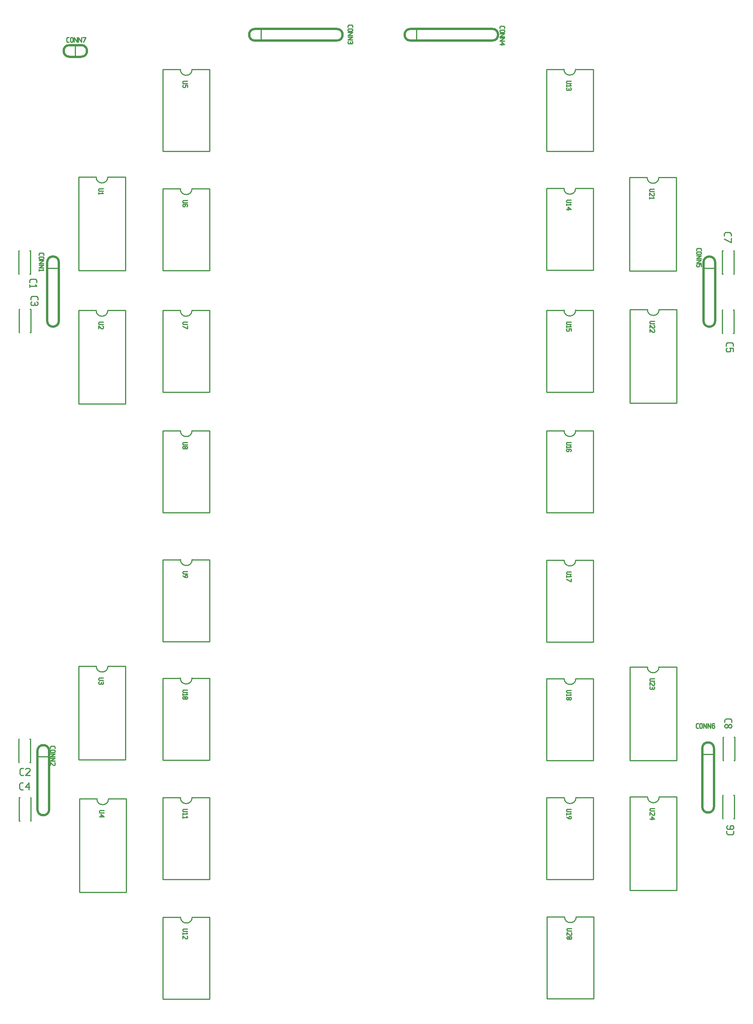
<source format=gbr>
G04 start of page 7 for group -4079 idx -4079 *
G04 Title: genval, topsilk *
G04 Creator: pcb 20110918 *
G04 CreationDate: mar 21 feb 2012 04:39:35 GMT UTC *
G04 For: jegc *
G04 Format: Gerber/RS-274X *
G04 PCB-Dimensions: 629921 866142 *
G04 PCB-Coordinate-Origin: lower left *
%MOIN*%
%FSLAX25Y25*%
%LNTOPSILK*%
%ADD42C,0.0100*%
%ADD41C,0.0200*%
G54D41*X590472Y228819D02*Y178819D01*
X600472Y228819D02*Y178819D01*
G54D42*X590472Y223819D02*X600472D01*
G54D41*Y228819D02*G75*G03X590472Y228819I-5000J0D01*G01*
Y178819D02*G75*G03X600472Y178819I5000J0D01*G01*
G54D42*X528630Y187213D02*Y107213D01*
X568630D01*
Y187213D01*
X528630D02*X543630D01*
X553630D02*X568630D01*
X543630D02*G75*G03X553630Y187213I5000J0D01*G01*
X528441Y298402D02*Y218402D01*
X568441D01*
Y298402D01*
X528441D02*X543441D01*
X553441D02*X568441D01*
X543441D02*G75*G03X553441Y298402I5000J0D01*G01*
X617689Y218504D02*X618189D01*
Y238504D02*Y218504D01*
X617689Y238504D02*X618189D01*
X608189D02*X608689D01*
X608189D02*Y218504D01*
X608689D01*
X607851Y188544D02*X608351D01*
X607851D02*Y168544D01*
X608351D01*
X617351D02*X617851D01*
Y188544D02*Y168544D01*
X617351Y188544D02*X617851D01*
X457173Y500433D02*Y430433D01*
X497173D01*
Y500433D02*Y430433D01*
X457173Y500433D02*X472173D01*
X482173D02*X497173D01*
X472173D02*G75*G03X482173Y500433I5000J0D01*G01*
X457598Y84701D02*Y14701D01*
X497598D01*
Y84701D01*
X457598D02*X472598D01*
X482598D02*X497598D01*
X472598D02*G75*G03X482598Y84701I5000J0D01*G01*
X457362Y186528D02*Y116528D01*
X497362D01*
Y186528D01*
X457362D02*X472362D01*
X482362D02*X497362D01*
X472362D02*G75*G03X482362Y186528I5000J0D01*G01*
X457299Y288355D02*Y218355D01*
X497299D01*
Y288355D01*
X457299D02*X472299D01*
X482299D02*X497299D01*
X472299D02*G75*G03X482299Y288355I5000J0D01*G01*
X457236Y389717D02*Y319717D01*
X497236D01*
Y389717D01*
X457236D02*X472236D01*
X482236D02*X497236D01*
X472236D02*G75*G03X482236Y389717I5000J0D01*G01*
G54D41*X29913Y644362D02*Y594362D01*
X39913Y644362D02*Y594362D01*
G54D42*X29913Y639362D02*X39913D01*
G54D41*Y644362D02*G75*G03X29913Y644362I-5000J0D01*G01*
Y594362D02*G75*G03X39913Y594362I5000J0D01*G01*
G54D42*X128835Y707307D02*Y637307D01*
X168835D01*
Y707307D02*Y637307D01*
X128835Y707307D02*X143835D01*
X153835D02*X168835D01*
X143835D02*G75*G03X153835Y707307I5000J0D01*G01*
X56772Y717276D02*Y637276D01*
X96772D01*
Y717276D01*
X56772D02*X71772D01*
X81772D02*X96772D01*
X71772D02*G75*G03X81772Y717276I5000J0D01*G01*
X5827Y604331D02*X6327D01*
X5827D02*Y584331D01*
X6327D01*
X15327D02*X15827D01*
Y604331D02*Y584331D01*
X15327Y604331D02*X15827D01*
X128858Y500339D02*Y430339D01*
X168858D01*
Y500339D01*
X128858D02*X143858D01*
X153858D02*X168858D01*
X143858D02*G75*G03X153858Y500339I5000J0D01*G01*
X56772Y603276D02*Y523276D01*
X96772D01*
Y603276D01*
X56772D02*X71772D01*
X81772D02*X96772D01*
X71772D02*G75*G03X81772Y603276I5000J0D01*G01*
X128819Y603260D02*Y533260D01*
X168819D01*
Y603260D01*
X128819D02*X143819D01*
X153819D02*X168819D01*
X143819D02*G75*G03X153819Y603260I5000J0D01*G01*
G54D41*X49000Y830142D02*X59000D01*
X49000Y820142D02*X59000D01*
G54D42*X54000Y830142D02*Y820142D01*
G54D41*X59000D02*G75*G03X59000Y830142I0J5000D01*G01*
X49000D02*G75*G03X49000Y820142I0J-5000D01*G01*
G54D42*X14894Y634481D02*X15394D01*
Y654481D02*Y634481D01*
X14894Y654481D02*X15394D01*
X5394D02*X5894D01*
X5394D02*Y634481D01*
X5894D01*
X128858Y809260D02*Y739260D01*
X168858D01*
Y809260D01*
X128858D02*X143858D01*
X153858D02*X168858D01*
X143858D02*G75*G03X153858Y809260I5000J0D01*G01*
G54D41*X207717Y833969D02*X277717D01*
X207717Y843969D02*X277717D01*
G54D42*X212717D02*Y833969D01*
G54D41*X207717Y843969D02*G75*G03X207717Y833969I0J-5000D01*G01*
X277717D02*G75*G03X277717Y843969I0J5000D01*G01*
G54D42*X457126Y603481D02*Y533481D01*
X497126D01*
Y603481D01*
X457126D02*X472126D01*
X482126D02*X497126D01*
X472126D02*G75*G03X482126Y603481I5000J0D01*G01*
X528535Y603937D02*Y523937D01*
X568535D01*
Y603937D01*
X528535D02*X543535D01*
X553535D02*X568535D01*
X543535D02*G75*G03X553535Y603937I5000J0D01*G01*
X457079Y707575D02*Y637575D01*
X497079D01*
Y707575D01*
X457079D02*X472079D01*
X482079D02*X497079D01*
X472079D02*G75*G03X482079Y707575I5000J0D01*G01*
X457063Y809465D02*Y739465D01*
X497063D01*
Y809465D01*
X457063D02*X472063D01*
X482063D02*X497063D01*
X472063D02*G75*G03X482063Y809465I5000J0D01*G01*
X528315Y716945D02*Y636945D01*
X568315D01*
Y716945D01*
X528315D02*X543315D01*
X553315D02*X568315D01*
X543315D02*G75*G03X553315Y716945I5000J0D01*G01*
G54D41*X591528Y644307D02*Y594307D01*
X601528Y644307D02*Y594307D01*
G54D42*X591528Y639307D02*X601528D01*
G54D41*Y644307D02*G75*G03X591528Y644307I-5000J0D01*G01*
Y594307D02*G75*G03X601528Y594307I5000J0D01*G01*
G54D42*X607527Y603788D02*X608027D01*
X607527D02*Y583788D01*
X608027D01*
X617027D02*X617527D01*
Y603788D02*Y583788D01*
X617027Y603788D02*X617527D01*
X617059Y634386D02*X617559D01*
Y654386D02*Y634386D01*
X617059Y654386D02*X617559D01*
X607559D02*X608059D01*
X607559D02*Y634386D01*
X608059D01*
G54D41*X340764Y833985D02*X410764D01*
X340764Y843985D02*X410764D01*
G54D42*X345764D02*Y833985D01*
G54D41*X340764Y843985D02*G75*G03X340764Y833985I0J-5000D01*G01*
X410764D02*G75*G03X410764Y843985I0J5000D01*G01*
G54D42*X5890Y186551D02*X6390D01*
X5890D02*Y166551D01*
X6390D01*
X15390D02*X15890D01*
Y186551D02*Y166551D01*
X15390Y186551D02*X15890D01*
X15028Y216796D02*X15528D01*
Y236796D02*Y216796D01*
X15028Y236796D02*X15528D01*
X5528D02*X6028D01*
X5528D02*Y216796D01*
X6028D01*
X129031Y84362D02*Y14362D01*
X169031D01*
Y84362D01*
X129031D02*X144031D01*
X154031D02*X169031D01*
X144031D02*G75*G03X154031Y84362I5000J0D01*G01*
X128858Y186520D02*Y116520D01*
X168858D01*
Y186520D01*
X128858D02*X143858D01*
X153858D02*X168858D01*
X143858D02*G75*G03X153858Y186520I5000J0D01*G01*
X57417Y185567D02*Y105567D01*
X97417D01*
Y185567D01*
X57417D02*X72417D01*
X82417D02*X97417D01*
X72417D02*G75*G03X82417Y185567I5000J0D01*G01*
X128953Y390079D02*Y320079D01*
X168953D01*
Y390079D01*
X128953D02*X143953D01*
X153953D02*X168953D01*
X143953D02*G75*G03X153953Y390079I5000J0D01*G01*
X128858Y288780D02*Y218780D01*
X168858D01*
Y288780D01*
X128858D02*X143858D01*
X153858D02*X168858D01*
X143858D02*G75*G03X153858Y288780I5000J0D01*G01*
X56913Y299008D02*Y219008D01*
X96913D01*
Y299008D01*
X56913D02*X71913D01*
X81913D02*X96913D01*
X71913D02*G75*G03X81913Y299008I5000J0D01*G01*
G54D41*X21579Y226520D02*Y176520D01*
X31579Y226520D02*Y176520D01*
G54D42*X21579Y221520D02*X31579D01*
G54D41*Y226520D02*G75*G03X21579Y226520I-5000J0D01*G01*
Y176520D02*G75*G03X31579Y176520I5000J0D01*G01*
G54D42*X609689Y252954D02*Y251004D01*
X610739Y254004D02*X609689Y252954D01*
X610739Y254004D02*X614639D01*
X615689Y252954D01*
Y251004D01*
X610439Y249204D02*X609689Y248454D01*
X610439Y249204D02*X611639D01*
X612689Y248154D01*
Y247254D01*
X611639Y246204D01*
X610439D02*X611639D01*
X609689Y246954D02*X610439Y246204D01*
X609689Y248454D02*Y246954D01*
X613739Y249204D02*X612689Y248154D01*
X613739Y249204D02*X614939D01*
X615689Y248454D01*
Y246954D01*
X614939Y246204D01*
X613739D02*X614939D01*
X612689Y247254D02*X613739Y246204D01*
X617351Y158044D02*Y156094D01*
X616301Y155044D02*X617351Y156094D01*
X612401Y155044D02*X616301D01*
X612401D02*X611351Y156094D01*
Y158044D02*Y156094D01*
Y162094D02*X612101Y162844D01*
X611351Y162094D02*Y160594D01*
X612101Y159844D02*X611351Y160594D01*
X612101Y159844D02*X616601D01*
X617351Y160594D01*
X614051Y162094D02*X614801Y162844D01*
X614051Y162094D02*Y159844D01*
X617351Y162094D02*Y160594D01*
Y162094D02*X616601Y162844D01*
X614801D02*X616601D01*
X585794Y246158D02*X587094D01*
X585094Y246858D02*X585794Y246158D01*
X585094Y249458D02*Y246858D01*
Y249458D02*X585794Y250158D01*
X587094D01*
X588294Y249658D02*Y246658D01*
Y249658D02*X588794Y250158D01*
X589794D01*
X590294Y249658D01*
Y246658D01*
X589794Y246158D02*X590294Y246658D01*
X588794Y246158D02*X589794D01*
X588294Y246658D02*X588794Y246158D01*
X591494Y250158D02*Y246158D01*
Y250158D02*X593994Y246158D01*
Y250158D02*Y246158D01*
X595194Y250158D02*Y246158D01*
Y250158D02*X597694Y246158D01*
Y250158D02*Y246158D01*
X600394Y250158D02*X600894Y249658D01*
X599394Y250158D02*X600394D01*
X598894Y249658D02*X599394Y250158D01*
X598894Y249658D02*Y246658D01*
X599394Y246158D01*
X600394Y248358D02*X600894Y247858D01*
X598894Y248358D02*X600394D01*
X599394Y246158D02*X600394D01*
X600894Y246658D01*
Y247858D02*Y246658D01*
X546130Y177213D02*X549630D01*
X546130D02*X545630Y176713D01*
Y175713D01*
X546130Y175213D01*
X549630D01*
X549130Y174013D02*X549630Y173513D01*
Y172013D01*
X549130Y171513D01*
X548130D02*X549130D01*
X545630Y174013D02*X548130Y171513D01*
X545630Y174013D02*Y171513D01*
X547130Y170313D02*X549630Y168313D01*
X547130Y170313D02*Y167813D01*
X545630Y168313D02*X549630D01*
X545941Y288402D02*X549441D01*
X545941D02*X545441Y287902D01*
Y286902D01*
X545941Y286402D01*
X549441D01*
X548941Y285202D02*X549441Y284702D01*
Y283202D01*
X548941Y282702D01*
X547941D02*X548941D01*
X545441Y285202D02*X547941Y282702D01*
X545441Y285202D02*Y282702D01*
X548941Y281502D02*X549441Y281002D01*
Y280002D01*
X548941Y279502D01*
X545441Y280002D02*X545941Y279502D01*
X545441Y281002D02*Y280002D01*
X545941Y281502D02*X545441Y281002D01*
X547641D02*Y280002D01*
X548141Y279502D02*X548941D01*
X545941D02*X547141D01*
X547641Y280002D01*
X548141Y279502D02*X547641Y280002D01*
X475098Y74701D02*X478598D01*
X475098D02*X474598Y74201D01*
Y73201D01*
X475098Y72701D01*
X478598D01*
X478098Y71501D02*X478598Y71001D01*
Y69501D01*
X478098Y69001D01*
X477098D02*X478098D01*
X474598Y71501D02*X477098Y69001D01*
X474598Y71501D02*Y69001D01*
X475098Y67801D02*X474598Y67301D01*
X475098Y67801D02*X478098D01*
X478598Y67301D01*
Y66301D01*
X478098Y65801D01*
X475098D02*X478098D01*
X474598Y66301D02*X475098Y65801D01*
X474598Y67301D02*Y66301D01*
X475598Y67801D02*X477598Y65801D01*
X474862Y176528D02*X478362D01*
X474862D02*X474362Y176028D01*
Y175028D01*
X474862Y174528D01*
X478362D01*
X477562Y173328D02*X478362Y172528D01*
X474362D02*X478362D01*
X474362Y173328D02*Y171828D01*
Y170128D02*X476362Y168628D01*
X477862D01*
X478362Y169128D02*X477862Y168628D01*
X478362Y170128D02*Y169128D01*
X477862Y170628D02*X478362Y170128D01*
X476862Y170628D02*X477862D01*
X476862D02*X476362Y170128D01*
Y168628D01*
X474799Y278355D02*X478299D01*
X474799D02*X474299Y277855D01*
Y276855D01*
X474799Y276355D01*
X478299D01*
X477499Y275155D02*X478299Y274355D01*
X474299D02*X478299D01*
X474299Y275155D02*Y273655D01*
X474799Y272455D02*X474299Y271955D01*
X474799Y272455D02*X475599D01*
X476299Y271755D01*
Y271155D01*
X475599Y270455D01*
X474799D02*X475599D01*
X474299Y270955D02*X474799Y270455D01*
X474299Y271955D02*Y270955D01*
X476999Y272455D02*X476299Y271755D01*
X476999Y272455D02*X477799D01*
X478299Y271955D01*
Y270955D01*
X477799Y270455D01*
X476999D02*X477799D01*
X476299Y271155D02*X476999Y270455D01*
X474736Y379717D02*X478236D01*
X474736D02*X474236Y379217D01*
Y378217D01*
X474736Y377717D01*
X478236D01*
X477436Y376517D02*X478236Y375717D01*
X474236D02*X478236D01*
X474236Y376517D02*Y375017D01*
Y373317D02*X478236Y371317D01*
Y373817D02*Y371317D01*
X7582Y205800D02*X9532D01*
X6532Y206850D02*X7582Y205800D01*
X6532Y210750D02*Y206850D01*
Y210750D02*X7582Y211800D01*
X9532D01*
X11332Y211050D02*X12082Y211800D01*
X14332D01*
X15082Y211050D01*
Y209550D01*
X11332Y205800D02*X15082Y209550D01*
X11332Y205800D02*X15082D01*
X7416Y193334D02*X9366D01*
X6366Y194384D02*X7416Y193334D01*
X6366Y198284D02*Y194384D01*
Y198284D02*X7416Y199334D01*
X9366D01*
X11166Y195584D02*X14166Y199334D01*
X11166Y195584D02*X14916D01*
X14166Y199334D02*Y193334D01*
X32579Y229820D02*Y228520D01*
X33279Y230520D02*X32579Y229820D01*
X33279Y230520D02*X35879D01*
X36579Y229820D01*
Y228520D01*
X33079Y227320D02*X36079D01*
X36579Y226820D01*
Y225820D01*
X36079Y225320D01*
X33079D02*X36079D01*
X32579Y225820D02*X33079Y225320D01*
X32579Y226820D02*Y225820D01*
X33079Y227320D02*X32579Y226820D01*
Y224120D02*X36579D01*
X32579Y221620D01*
X36579D01*
X32579Y220420D02*X36579D01*
X32579Y217920D01*
X36579D01*
X36079Y216720D02*X36579Y216220D01*
Y214720D01*
X36079Y214220D01*
X35079D02*X36079D01*
X32579Y216720D02*X35079Y214220D01*
X32579Y216720D02*Y214220D01*
X146358Y176520D02*X149858D01*
X146358D02*X145858Y176020D01*
Y175020D01*
X146358Y174520D01*
X149858D01*
X149058Y173320D02*X149858Y172520D01*
X145858D02*X149858D01*
X145858Y173320D02*Y171820D01*
X149058Y170620D02*X149858Y169820D01*
X145858D02*X149858D01*
X145858Y170620D02*Y169120D01*
X146358Y278780D02*X149858D01*
X146358D02*X145858Y278280D01*
Y277280D01*
X146358Y276780D01*
X149858D01*
X149058Y275580D02*X149858Y274780D01*
X145858D02*X149858D01*
X145858Y275580D02*Y274080D01*
X146358Y272880D02*X145858Y272380D01*
X146358Y272880D02*X149358D01*
X149858Y272380D01*
Y271380D01*
X149358Y270880D01*
X146358D02*X149358D01*
X145858Y271380D02*X146358Y270880D01*
X145858Y272380D02*Y271380D01*
X146858Y272880D02*X148858Y270880D01*
X146453Y380079D02*X149953D01*
X146453D02*X145953Y379579D01*
Y378579D01*
X146453Y378079D01*
X149953D01*
X145953Y376379D02*X147953Y374879D01*
X149453D01*
X149953Y375379D02*X149453Y374879D01*
X149953Y376379D02*Y375379D01*
X149453Y376879D02*X149953Y376379D01*
X148453Y376879D02*X149453D01*
X148453D02*X147953Y376379D01*
Y374879D01*
X146531Y74362D02*X150031D01*
X146531D02*X146031Y73862D01*
Y72862D01*
X146531Y72362D01*
X150031D01*
X149231Y71162D02*X150031Y70362D01*
X146031D02*X150031D01*
X146031Y71162D02*Y69662D01*
X149531Y68462D02*X150031Y67962D01*
Y66462D01*
X149531Y65962D01*
X148531D02*X149531D01*
X146031Y68462D02*X148531Y65962D01*
X146031Y68462D02*Y65962D01*
X74917Y175567D02*X78417D01*
X74917D02*X74417Y175067D01*
Y174067D01*
X74917Y173567D01*
X78417D01*
X75917Y172367D02*X78417Y170367D01*
X75917Y172367D02*Y169867D01*
X74417Y170367D02*X78417D01*
X74413Y289008D02*X77913D01*
X74413D02*X73913Y288508D01*
Y287508D01*
X74413Y287008D01*
X77913D01*
X77413Y285808D02*X77913Y285308D01*
Y284308D01*
X77413Y283808D01*
X73913Y284308D02*X74413Y283808D01*
X73913Y285308D02*Y284308D01*
X74413Y285808D02*X73913Y285308D01*
X76113D02*Y284308D01*
X76613Y283808D02*X77413D01*
X74413D02*X75613D01*
X76113Y284308D01*
X76613Y283808D02*X76113Y284308D01*
X146358Y490339D02*X149858D01*
X146358D02*X145858Y489839D01*
Y488839D01*
X146358Y488339D01*
X149858D01*
X146358Y487139D02*X145858Y486639D01*
X146358Y487139D02*X147158D01*
X147858Y486439D01*
Y485839D01*
X147158Y485139D01*
X146358D02*X147158D01*
X145858Y485639D02*X146358Y485139D01*
X145858Y486639D02*Y485639D01*
X148558Y487139D02*X147858Y486439D01*
X148558Y487139D02*X149358D01*
X149858Y486639D01*
Y485639D01*
X149358Y485139D01*
X148558D02*X149358D01*
X147858Y485839D02*X148558Y485139D01*
X146335Y697307D02*X149835D01*
X146335D02*X145835Y696807D01*
Y695807D01*
X146335Y695307D01*
X149835D01*
Y692607D02*X149335Y692107D01*
X149835Y693607D02*Y692607D01*
X149335Y694107D02*X149835Y693607D01*
X146335Y694107D02*X149335D01*
X146335D02*X145835Y693607D01*
X148035Y692607D02*X147535Y692107D01*
X148035Y694107D02*Y692607D01*
X145835Y693607D02*Y692607D01*
X146335Y692107D01*
X147535D01*
X146358Y799260D02*X149858D01*
X146358D02*X145858Y798760D01*
Y797760D01*
X146358Y797260D01*
X149858D01*
Y796060D02*Y794060D01*
X147858Y796060D02*X149858D01*
X147858D02*X148358Y795560D01*
Y794560D01*
X147858Y794060D01*
X146358D02*X147858D01*
X145858Y794560D02*X146358Y794060D01*
X145858Y795560D02*Y794560D01*
X146358Y796060D02*X145858Y795560D01*
X47251Y832748D02*X48551D01*
X46551Y833448D02*X47251Y832748D01*
X46551Y836048D02*Y833448D01*
Y836048D02*X47251Y836748D01*
X48551D01*
X49751Y836248D02*Y833248D01*
Y836248D02*X50251Y836748D01*
X51251D01*
X51751Y836248D01*
Y833248D01*
X51251Y832748D02*X51751Y833248D01*
X50251Y832748D02*X51251D01*
X49751Y833248D02*X50251Y832748D01*
X52951Y836748D02*Y832748D01*
Y836748D02*X55451Y832748D01*
Y836748D02*Y832748D01*
X56651Y836748D02*Y832748D01*
Y836748D02*X59151Y832748D01*
Y836748D02*Y832748D01*
X60851D02*X62851Y836748D01*
X60351D02*X62851D01*
X23011Y651568D02*Y650268D01*
X23711Y652268D02*X23011Y651568D01*
X23711Y652268D02*X26311D01*
X27011Y651568D01*
Y650268D01*
X23511Y649068D02*X26511D01*
X27011Y648568D01*
Y647568D01*
X26511Y647068D01*
X23511D02*X26511D01*
X23011Y647568D02*X23511Y647068D01*
X23011Y648568D02*Y647568D01*
X23511Y649068D02*X23011Y648568D01*
Y645868D02*X27011D01*
X23011Y643368D01*
X27011D01*
X23011Y642168D02*X27011D01*
X23011Y639668D01*
X27011D01*
X26211Y638468D02*X27011Y637668D01*
X23011D02*X27011D01*
X23011Y638468D02*Y636968D01*
X14967Y629096D02*Y627146D01*
X16017Y630146D02*X14967Y629096D01*
X16017Y630146D02*X19917D01*
X20967Y629096D01*
Y627146D01*
X19767Y625346D02*X20967Y624146D01*
X14967D02*X20967D01*
X14967Y625346D02*Y623096D01*
X15783Y614421D02*Y612471D01*
X16833Y615471D02*X15783Y614421D01*
X16833Y615471D02*X20733D01*
X21783Y614421D01*
Y612471D01*
X21033Y610671D02*X21783Y609921D01*
Y608421D01*
X21033Y607671D01*
X15783Y608421D02*X16533Y607671D01*
X15783Y609921D02*Y608421D01*
X16533Y610671D02*X15783Y609921D01*
X19083D02*Y608421D01*
X19833Y607671D02*X21033D01*
X16533D02*X18333D01*
X19083Y608421D01*
X19833Y607671D02*X19083Y608421D01*
X74272Y593276D02*X77772D01*
X74272D02*X73772Y592776D01*
Y591776D01*
X74272Y591276D01*
X77772D01*
X77272Y590076D02*X77772Y589576D01*
Y588076D01*
X77272Y587576D01*
X76272D02*X77272D01*
X73772Y590076D02*X76272Y587576D01*
X73772Y590076D02*Y587576D01*
X74272Y707276D02*X77772D01*
X74272D02*X73772Y706776D01*
Y705776D01*
X74272Y705276D01*
X77772D01*
X76972Y704076D02*X77772Y703276D01*
X73772D02*X77772D01*
X73772Y704076D02*Y702576D01*
X146319Y593260D02*X149819D01*
X146319D02*X145819Y592760D01*
Y591760D01*
X146319Y591260D01*
X149819D01*
X145819Y589560D02*X149819Y587560D01*
Y590060D02*Y587560D01*
X474673Y490433D02*X478173D01*
X474673D02*X474173Y489933D01*
Y488933D01*
X474673Y488433D01*
X478173D01*
X477373Y487233D02*X478173Y486433D01*
X474173D02*X478173D01*
X474173Y487233D02*Y485733D01*
X478173Y483033D02*X477673Y482533D01*
X478173Y484033D02*Y483033D01*
X477673Y484533D02*X478173Y484033D01*
X474673Y484533D02*X477673D01*
X474673D02*X474173Y484033D01*
X476373Y483033D02*X475873Y482533D01*
X476373Y484533D02*Y483033D01*
X474173Y484033D02*Y483033D01*
X474673Y482533D01*
X475873D01*
X474579Y697575D02*X478079D01*
X474579D02*X474079Y697075D01*
Y696075D01*
X474579Y695575D01*
X478079D01*
X477279Y694375D02*X478079Y693575D01*
X474079D02*X478079D01*
X474079Y694375D02*Y692875D01*
X475579Y691675D02*X478079Y689675D01*
X475579Y691675D02*Y689175D01*
X474079Y689675D02*X478079D01*
X474563Y799465D02*X478063D01*
X474563D02*X474063Y798965D01*
Y797965D01*
X474563Y797465D01*
X478063D01*
X477263Y796265D02*X478063Y795465D01*
X474063D02*X478063D01*
X474063Y796265D02*Y794765D01*
X477563Y793565D02*X478063Y793065D01*
Y792065D01*
X477563Y791565D01*
X474063Y792065D02*X474563Y791565D01*
X474063Y793065D02*Y792065D01*
X474563Y793565D02*X474063Y793065D01*
X476263D02*Y792065D01*
X476763Y791565D02*X477563D01*
X474563D02*X475763D01*
X476263Y792065D01*
X476763Y791565D02*X476263Y792065D01*
X609059Y668836D02*Y666886D01*
X610109Y669886D02*X609059Y668836D01*
X610109Y669886D02*X614009D01*
X615059Y668836D01*
Y666886D01*
X609059Y664336D02*X615059Y661336D01*
Y665086D02*Y661336D01*
X545815Y706945D02*X549315D01*
X545815D02*X545315Y706445D01*
Y705445D01*
X545815Y704945D01*
X549315D01*
X548815Y703745D02*X549315Y703245D01*
Y701745D01*
X548815Y701245D01*
X547815D02*X548815D01*
X545315Y703745D02*X547815Y701245D01*
X545315Y703745D02*Y701245D01*
X548515Y700045D02*X549315Y699245D01*
X545315D02*X549315D01*
X545315Y700045D02*Y698545D01*
X585544Y655713D02*Y654413D01*
X586244Y656413D02*X585544Y655713D01*
X586244Y656413D02*X588844D01*
X589544Y655713D01*
Y654413D01*
X586044Y653213D02*X589044D01*
X589544Y652713D01*
Y651713D01*
X589044Y651213D01*
X586044D02*X589044D01*
X585544Y651713D02*X586044Y651213D01*
X585544Y652713D02*Y651713D01*
X586044Y653213D02*X585544Y652713D01*
Y650013D02*X589544D01*
X585544Y647513D01*
X589544D01*
X585544Y646313D02*X589544D01*
X585544Y643813D01*
X589544D01*
Y642613D02*Y640613D01*
X587544Y642613D02*X589544D01*
X587544D02*X588044Y642113D01*
Y641113D01*
X587544Y640613D01*
X586044D02*X587544D01*
X585544Y641113D02*X586044Y640613D01*
X585544Y642113D02*Y641113D01*
X586044Y642613D02*X585544Y642113D01*
X546035Y593937D02*X549535D01*
X546035D02*X545535Y593437D01*
Y592437D01*
X546035Y591937D01*
X549535D01*
X549035Y590737D02*X549535Y590237D01*
Y588737D01*
X549035Y588237D01*
X548035D02*X549035D01*
X545535Y590737D02*X548035Y588237D01*
X545535Y590737D02*Y588237D01*
X549035Y587037D02*X549535Y586537D01*
Y585037D01*
X549035Y584537D01*
X548035D02*X549035D01*
X545535Y587037D02*X548035Y584537D01*
X545535Y587037D02*Y584537D01*
X610772Y574711D02*Y572761D01*
X611822Y575761D02*X610772Y574711D01*
X611822Y575761D02*X615722D01*
X616772Y574711D01*
Y572761D01*
Y570961D02*Y567961D01*
X613772Y570961D02*X616772D01*
X613772D02*X614522Y570211D01*
Y568711D01*
X613772Y567961D01*
X611522D02*X613772D01*
X610772Y568711D02*X611522Y567961D01*
X610772Y570211D02*Y568711D01*
X611522Y570961D02*X610772Y570211D01*
X287179Y846574D02*Y845274D01*
X287879Y847274D02*X287179Y846574D01*
X287879Y847274D02*X290479D01*
X291179Y846574D01*
Y845274D01*
X287679Y844074D02*X290679D01*
X291179Y843574D01*
Y842574D01*
X290679Y842074D01*
X287679D02*X290679D01*
X287179Y842574D02*X287679Y842074D01*
X287179Y843574D02*Y842574D01*
X287679Y844074D02*X287179Y843574D01*
Y840874D02*X291179D01*
X287179Y838374D01*
X291179D01*
X287179Y837174D02*X291179D01*
X287179Y834674D01*
X291179D01*
X290679Y833474D02*X291179Y832974D01*
Y831974D01*
X290679Y831474D01*
X287179Y831974D02*X287679Y831474D01*
X287179Y832974D02*Y831974D01*
X287679Y833474D02*X287179Y832974D01*
X289379D02*Y831974D01*
X289879Y831474D02*X290679D01*
X287679D02*X288879D01*
X289379Y831974D01*
X289879Y831474D02*X289379Y831974D01*
X417315Y845656D02*Y844356D01*
X418015Y846356D02*X417315Y845656D01*
X418015Y846356D02*X420615D01*
X421315Y845656D01*
Y844356D01*
X417815Y843156D02*X420815D01*
X421315Y842656D01*
Y841656D01*
X420815Y841156D01*
X417815D02*X420815D01*
X417315Y841656D02*X417815Y841156D01*
X417315Y842656D02*Y841656D01*
X417815Y843156D02*X417315Y842656D01*
Y839956D02*X421315D01*
X417315Y837456D01*
X421315D01*
X417315Y836256D02*X421315D01*
X417315Y833756D01*
X421315D01*
X418815Y832556D02*X421315Y830556D01*
X418815Y832556D02*Y830056D01*
X417315Y830556D02*X421315D01*
X474626Y593481D02*X478126D01*
X474626D02*X474126Y592981D01*
Y591981D01*
X474626Y591481D01*
X478126D01*
X477326Y590281D02*X478126Y589481D01*
X474126D02*X478126D01*
X474126Y590281D02*Y588781D01*
X478126Y587581D02*Y585581D01*
X476126Y587581D02*X478126D01*
X476126D02*X476626Y587081D01*
Y586081D01*
X476126Y585581D01*
X474626D02*X476126D01*
X474126Y586081D02*X474626Y585581D01*
X474126Y587081D02*Y586081D01*
X474626Y587581D02*X474126Y587081D01*
M02*

</source>
